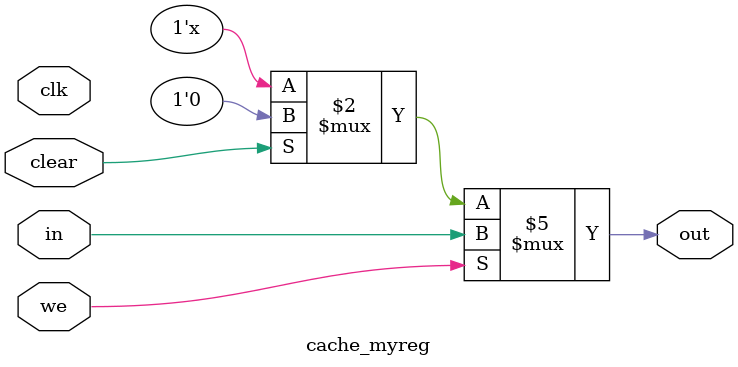
<source format=v>
module cache_myreg #(
    parameter width = 1
)(
    input clk,
    input [width-1 : 0]in,
    output reg [width-1 : 0]out,
    input we,
    input clear
);
always @(clk) begin
    if(we)out <= in;
    else if(clear)out <= {(width){1'b0}};
end
endmodule
</source>
